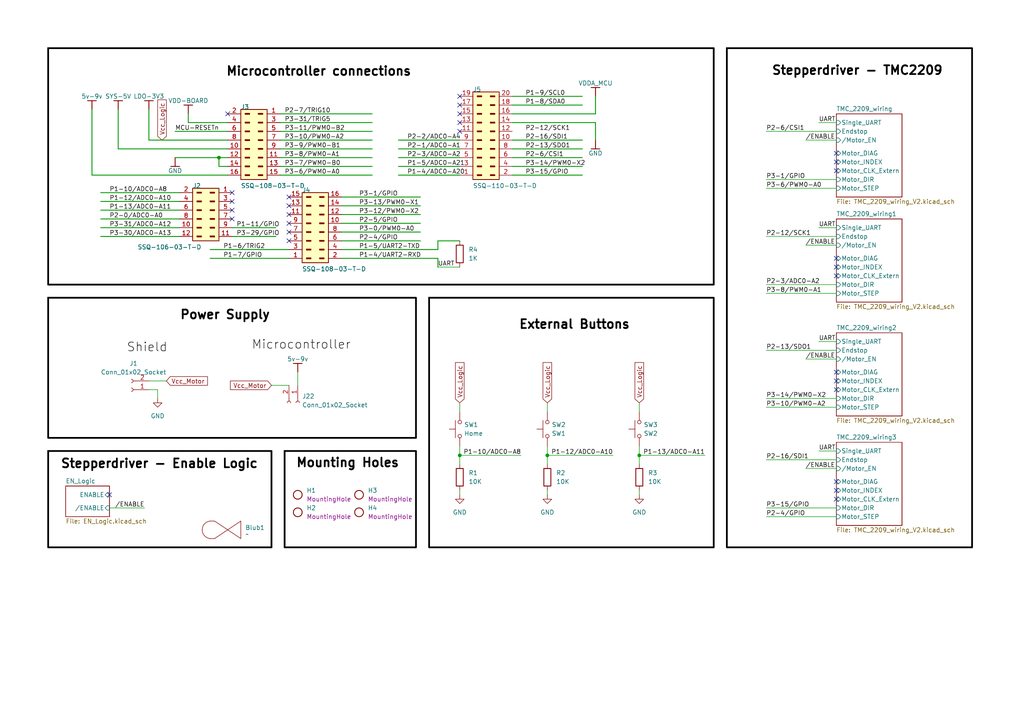
<source format=kicad_sch>
(kicad_sch (version 20231120) (generator "eeschema") (generator_version "8.0")
  (paper "A4")
  (title_block (title "StepperDriver-Shield for FRDM-MCXA153") (date "2024-06-29") (rev "4"))
  (lib_symbols
    (symbol "Connector:Conn_01x02_Socket" (pin_names (offset 1.016) hide)
      (property "Reference" "J" (at 0 2.54 0))
      (property "Value" "Conn_01x02_Socket" (at 0 -5.08 0))
      (symbol "Conn_01x02_Socket_1_1"
        (arc (start 0 -2.032) (mid -0.5058 -2.54) (end 0 -3.048) (stroke (width 0.1524)))
        (polyline (pts (xy -1.27 -2.54) (xy -0.508 -2.54)) (stroke (width 0.1524)))
        (polyline (pts (xy -1.27 0) (xy -0.508 0)) (stroke (width 0.1524)))
        (arc (start 0 0.508) (mid -0.5058 0) (end 0 -0.508) (stroke (width 0.1524)))
        (pin passive line (at -5.08 0 0) (length 3.81) (name "Pin_1") (number "1"))
        (pin passive line (at -5.08 -2.54 0) (length 3.81) (name "Pin_2") (number "2"))
      )
    )
    (symbol "Device:R" (pin_numbers hide) (pin_names (offset 0))
      (property "Reference" "R" (at 2.032 0 90))
      (property "Value" "R" (at 0 0 90))
      (symbol "R_0_1"
        (rectangle (start -1.016 -2.54) (end 1.016 2.54) (stroke (width 0.254)))
      )
      (symbol "R_1_1"
        (pin passive line (at 0 3.81 270) (length 1.27) (name "~") (number "1"))
        (pin passive line (at 0 -3.81 90) (length 1.27) (name "~") (number "2"))
      )
    )
    (symbol "FRDM-MCXA153__Shield_Template-altium-import:5v-9v" (power)
      (property "Reference" "#PWR" (at 0 0 0))
      (property "Value" "5v-9v" (at 0 3.81 0))
      (symbol "5v-9v_0_0"
        (polyline (pts (xy -1.27 -2.54) (xy 1.27 -2.54)) (stroke (width 0.254)))
        (polyline (pts (xy 0 0) (xy 0 -2.54)) (stroke (width 0.254)))
        (pin power_in line (at 0 0 0) (length 0) hide (name "5v-9v") (number ""))
      )
    )
    (symbol "FRDM-MCXA153__Shield_Template-altium-import:GND" (power)
      (property "Reference" "#PWR" (at 0 0 0))
      (property "Value" "GND" (at 0 3.81 0))
      (symbol "GND_0_0"
        (polyline (pts (xy -1.27 -2.54) (xy 1.27 -2.54)) (stroke (width 0.254)))
        (polyline (pts (xy 0 0) (xy 0 -2.54)) (stroke (width 0.254)))
        (pin power_in line (at 0 0 0) (length 0) hide (name "GND") (number ""))
      )
    )
    (symbol "FRDM-MCXA153__Shield_Template-altium-import:LDO-3V3" (power)
      (property "Reference" "#PWR" (at 0 0 0))
      (property "Value" "LDO-3V3" (at 0 3.81 0))
      (symbol "LDO-3V3_0_0"
        (polyline (pts (xy -1.27 -2.54) (xy 1.27 -2.54)) (stroke (width 0.254)))
        (polyline (pts (xy 0 0) (xy 0 -2.54)) (stroke (width 0.254)))
        (pin power_in line (at 0 0 0) (length 0) hide (name "LDO-3V3") (number ""))
      )
    )
    (symbol "FRDM-MCXA153__Shield_Template-altium-import:SYS-5V" (power)
      (property "Reference" "#PWR" (at 0 0 0))
      (property "Value" "SYS-5V" (at 0 3.81 0))
      (symbol "SYS-5V_0_0"
        (polyline (pts (xy -1.27 -2.54) (xy 1.27 -2.54)) (stroke (width 0.254)))
        (polyline (pts (xy 0 0) (xy 0 -2.54)) (stroke (width 0.254)))
        (pin power_in line (at 0 0 0) (length 0) hide (name "SYS-5V") (number ""))
      )
    )
    (symbol "FRDM-MCXA153__Shield_Template-altium-import:VDD-BOARD" (power)
      (property "Reference" "#PWR" (at 0 0 0))
      (property "Value" "VDD-BOARD" (at 0 3.81 0))
      (symbol "VDD-BOARD_0_0"
        (polyline (pts (xy -1.27 -2.54) (xy 1.27 -2.54)) (stroke (width 0.254)))
        (polyline (pts (xy 0 0) (xy 0 -2.54)) (stroke (width 0.254)))
        (pin power_in line (at 0 0 0) (length 0) hide (name "VDD-BOARD") (number ""))
      )
    )
    (symbol "FRDM-MCXA153__Shield_Template-altium-import:VDDA_MCU" (power)
      (property "Reference" "#PWR" (at 0 0 0))
      (property "Value" "VDDA_MCU" (at 0 3.81 0))
      (symbol "VDDA_MCU_0_0"
        (polyline (pts (xy -1.27 -2.54) (xy 1.27 -2.54)) (stroke (width 0.254)))
        (polyline (pts (xy 0 0) (xy 0 -2.54)) (stroke (width 0.254)))
        (pin power_in line (at 0 0 0) (length 0) hide (name "VDDA_MCU") (number ""))
      )
    )
    (symbol "FRDM-MCXA153__Shield_Template-altium-import:root_0_Mechanical_MountingHole"
      (symbol "root_0_Mechanical_MountingHole_1_0"
        (circle (center 0 0) (radius 1.27) (stroke (width 0.254)))
      )
    )
    (symbol "FRDM-MCXA153__Shield_Template-altium-import:root_0_mirrored_SSQ-106-03-T-D"
      (symbol "root_0_mirrored_SSQ-106-03-T-D_1_0"
        (rectangle (start -1.27 -7.493) (end -2.54 -7.747) (stroke (width 0.254)))
        (rectangle (start -1.27 -4.953) (end -2.54 -5.207) (stroke (width 0.254)))
        (rectangle (start -1.27 -2.413) (end -2.54 -2.667) (stroke (width 0.254)))
        (rectangle (start -1.27 0.127) (end -2.54 -0.127) (stroke (width 0.254)))
        (rectangle (start -1.27 2.667) (end -2.54 2.413) (stroke (width 0.254)))
        (rectangle (start -1.27 5.207) (end -2.54 4.953) (stroke (width 0.254)))
        (rectangle (start 2.54 -7.493) (end 1.27 -7.747) (stroke (width 0.254)))
        (rectangle (start 2.54 -4.953) (end 1.27 -5.207) (stroke (width 0.254)))
        (rectangle (start 2.54 -2.413) (end 1.27 -2.667) (stroke (width 0.254)))
        (rectangle (start 2.54 0.127) (end 1.27 -0.127) (stroke (width 0.254)))
        (rectangle (start 2.54 2.667) (end 1.27 2.413) (stroke (width 0.254)))
        (rectangle (start 2.54 5.207) (end 1.27 4.953) (stroke (width 0.254)))
        (rectangle (start 3.81 6.35) (end -3.81 -8.89) (stroke (width 0.254)) (fill (type background)))
        (pin passive line (at 7.62 5.08 180) (length 3.81) (name "Pin_1") (number "1"))
        (pin passive line (at -7.62 -5.08 0) (length 3.81) (name "Pin_10") (number "10"))
        (pin passive line (at 7.62 -7.62 180) (length 3.81) (name "Pin_11") (number "11"))
        (pin passive line (at -7.62 -7.62 0) (length 3.81) (name "Pin_12") (number "12"))
        (pin passive line (at -7.62 5.08 0) (length 3.81) (name "Pin_2") (number "2"))
        (pin passive line (at 7.62 2.54 180) (length 3.81) (name "Pin_3") (number "3"))
        (pin passive line (at -7.62 2.54 0) (length 3.81) (name "Pin_4") (number "4"))
        (pin passive line (at 7.62 0 180) (length 3.81) (name "Pin_5") (number "5"))
        (pin passive line (at -7.62 0 0) (length 3.81) (name "Pin_6") (number "6"))
        (pin passive line (at 7.62 -2.54 180) (length 3.81) (name "Pin_7") (number "7"))
        (pin passive line (at -7.62 -2.54 0) (length 3.81) (name "Pin_8") (number "8"))
        (pin passive line (at 7.62 -5.08 180) (length 3.81) (name "Pin_9") (number "9"))
      )
    )
    (symbol "FRDM-MCXA153__Shield_Template-altium-import:root_0_mirrored_SSQ-108-03-T-D"
      (symbol "root_0_mirrored_SSQ-108-03-T-D_1_0"
        (rectangle (start -1.27 -10.033) (end -2.54 -10.287) (stroke (width 0.254)))
        (rectangle (start -1.27 -7.493) (end -2.54 -7.747) (stroke (width 0.254)))
        (rectangle (start -1.27 -4.953) (end -2.54 -5.207) (stroke (width 0.254)))
        (rectangle (start -1.27 -2.413) (end -2.54 -2.667) (stroke (width 0.254)))
        (rectangle (start -1.27 0.127) (end -2.54 -0.127) (stroke (width 0.254)))
        (rectangle (start -1.27 2.667) (end -2.54 2.413) (stroke (width 0.254)))
        (rectangle (start -1.27 5.207) (end -2.54 4.953) (stroke (width 0.254)))
        (rectangle (start -1.27 7.747) (end -2.54 7.493) (stroke (width 0.254)))
        (rectangle (start 2.54 -10.033) (end 1.27 -10.287) (stroke (width 0.254)))
        (rectangle (start 2.54 -7.493) (end 1.27 -7.747) (stroke (width 0.254)))
        (rectangle (start 2.54 -4.953) (end 1.27 -5.207) (stroke (width 0.254)))
        (rectangle (start 2.54 -2.413) (end 1.27 -2.667) (stroke (width 0.254)))
        (rectangle (start 2.54 0.127) (end 1.27 -0.127) (stroke (width 0.254)))
        (rectangle (start 2.54 2.667) (end 1.27 2.413) (stroke (width 0.254)))
        (rectangle (start 2.54 5.207) (end 1.27 4.953) (stroke (width 0.254)))
        (rectangle (start 2.54 7.747) (end 1.27 7.493) (stroke (width 0.254)))
        (rectangle (start 3.81 8.89) (end -3.81 -11.43) (stroke (width 0.254)) (fill (type background)))
        (pin passive line (at 7.62 7.62 180) (length 3.81) (name "Pin_1") (number "1"))
        (pin passive line (at -7.62 -2.54 0) (length 3.81) (name "Pin_10") (number "10"))
        (pin passive line (at 7.62 -5.08 180) (length 3.81) (name "Pin_11") (number "11"))
        (pin passive line (at -7.62 -5.08 0) (length 3.81) (name "Pin_12") (number "12"))
        (pin passive line (at 7.62 -7.62 180) (length 3.81) (name "Pin_13") (number "13"))
        (pin passive line (at -7.62 -7.62 0) (length 3.81) (name "Pin_14") (number "14"))
        (pin passive line (at 7.62 -10.16 180) (length 3.81) (name "Pin_15") (number "15"))
        (pin passive line (at -7.62 -10.16 0) (length 3.81) (name "Pin_16") (number "16"))
        (pin passive line (at -7.62 7.62 0) (length 3.81) (name "Pin_2") (number "2"))
        (pin passive line (at 7.62 5.08 180) (length 3.81) (name "Pin_3") (number "3"))
        (pin passive line (at -7.62 5.08 0) (length 3.81) (name "Pin_4") (number "4"))
        (pin passive line (at 7.62 2.54 180) (length 3.81) (name "Pin_5") (number "5"))
        (pin passive line (at -7.62 2.54 0) (length 3.81) (name "Pin_6") (number "6"))
        (pin passive line (at 7.62 0 180) (length 3.81) (name "Pin_7") (number "7"))
        (pin passive line (at -7.62 0 0) (length 3.81) (name "Pin_8") (number "8"))
        (pin passive line (at 7.62 -2.54 180) (length 3.81) (name "Pin_9") (number "9"))
      )
    )
    (symbol "FRDM-MCXA153__Shield_Template-altium-import:root_2_mirrored_SSQ-108-03-T-D"
      (symbol "root_2_mirrored_SSQ-108-03-T-D_1_0"
        (rectangle (start -1.27 -7.493) (end -2.54 -7.747) (stroke (width 0.254)))
        (rectangle (start -1.27 -4.953) (end -2.54 -5.207) (stroke (width 0.254)))
        (rectangle (start -1.27 -2.413) (end -2.54 -2.667) (stroke (width 0.254)))
        (rectangle (start -1.27 0.127) (end -2.54 -0.127) (stroke (width 0.254)))
        (rectangle (start -1.27 2.667) (end -2.54 2.413) (stroke (width 0.254)))
        (rectangle (start -1.27 5.207) (end -2.54 4.953) (stroke (width 0.254)))
        (rectangle (start -1.27 7.747) (end -2.54 7.493) (stroke (width 0.254)))
        (rectangle (start -1.27 10.287) (end -2.54 10.033) (stroke (width 0.254)))
        (rectangle (start 2.54 -7.493) (end 1.27 -7.747) (stroke (width 0.254)))
        (rectangle (start 2.54 -4.953) (end 1.27 -5.207) (stroke (width 0.254)))
        (rectangle (start 2.54 -2.413) (end 1.27 -2.667) (stroke (width 0.254)))
        (rectangle (start 2.54 0.127) (end 1.27 -0.127) (stroke (width 0.254)))
        (rectangle (start 2.54 2.667) (end 1.27 2.413) (stroke (width 0.254)))
        (rectangle (start 2.54 5.207) (end 1.27 4.953) (stroke (width 0.254)))
        (rectangle (start 2.54 7.747) (end 1.27 7.493) (stroke (width 0.254)))
        (rectangle (start 2.54 10.287) (end 1.27 10.033) (stroke (width 0.254)))
        (rectangle (start 3.81 11.43) (end -3.81 -8.89) (stroke (width 0.254)) (fill (type background)))
        (pin passive line (at -7.62 -7.62 0) (length 3.81) (name "Pin_1") (number "1"))
        (pin passive line (at 7.62 2.54 180) (length 3.81) (name "Pin_10") (number "10"))
        (pin passive line (at -7.62 5.08 0) (length 3.81) (name "Pin_11") (number "11"))
        (pin passive line (at 7.62 5.08 180) (length 3.81) (name "Pin_12") (number "12"))
        (pin passive line (at -7.62 7.62 0) (length 3.81) (name "Pin_13") (number "13"))
        (pin passive line (at 7.62 7.62 180) (length 3.81) (name "Pin_14") (number "14"))
        (pin passive line (at -7.62 10.16 0) (length 3.81) (name "Pin_15") (number "15"))
        (pin passive line (at 7.62 10.16 180) (length 3.81) (name "Pin_16") (number "16"))
        (pin passive line (at 7.62 -7.62 180) (length 3.81) (name "Pin_2") (number "2"))
        (pin passive line (at -7.62 -5.08 0) (length 3.81) (name "Pin_3") (number "3"))
        (pin passive line (at 7.62 -5.08 180) (length 3.81) (name "Pin_4") (number "4"))
        (pin passive line (at -7.62 -2.54 0) (length 3.81) (name "Pin_5") (number "5"))
        (pin passive line (at 7.62 -2.54 180) (length 3.81) (name "Pin_6") (number "6"))
        (pin passive line (at -7.62 0 0) (length 3.81) (name "Pin_7") (number "7"))
        (pin passive line (at 7.62 0 180) (length 3.81) (name "Pin_8") (number "8"))
        (pin passive line (at -7.62 2.54 0) (length 3.81) (name "Pin_9") (number "9"))
      )
    )
    (symbol "FRDM-MCXA153__Shield_Template-altium-import:root_2_mirrored_SSQ-110-03-T-D"
      (symbol "root_2_mirrored_SSQ-110-03-T-D_1_0"
        (rectangle (start -1.27 -10.033) (end -2.54 -10.287) (stroke (width 0.254)))
        (rectangle (start -1.27 -7.493) (end -2.54 -7.747) (stroke (width 0.254)))
        (rectangle (start -1.27 -4.953) (end -2.54 -5.207) (stroke (width 0.254)))
        (rectangle (start -1.27 -2.413) (end -2.54 -2.667) (stroke (width 0.254)))
        (rectangle (start -1.27 0.127) (end -2.54 -0.127) (stroke (width 0.254)))
        (rectangle (start -1.27 2.667) (end -2.54 2.413) (stroke (width 0.254)))
        (rectangle (start -1.27 5.207) (end -2.54 4.953) (stroke (width 0.254)))
        (rectangle (start -1.27 7.747) (end -2.54 7.493) (stroke (width 0.254)))
        (rectangle (start -1.27 10.287) (end -2.54 10.033) (stroke (width 0.254)))
        (rectangle (start -1.27 12.827) (end -2.54 12.573) (stroke (width 0.254)))
        (rectangle (start 2.54 -10.033) (end 1.27 -10.287) (stroke (width 0.254)))
        (rectangle (start 2.54 -7.493) (end 1.27 -7.747) (stroke (width 0.254)))
        (rectangle (start 2.54 -4.953) (end 1.27 -5.207) (stroke (width 0.254)))
        (rectangle (start 2.54 -2.413) (end 1.27 -2.667) (stroke (width 0.254)))
        (rectangle (start 2.54 0.127) (end 1.27 -0.127) (stroke (width 0.254)))
        (rectangle (start 2.54 2.667) (end 1.27 2.413) (stroke (width 0.254)))
        (rectangle (start 2.54 5.207) (end 1.27 4.953) (stroke (width 0.254)))
        (rectangle (start 2.54 7.747) (end 1.27 7.493) (stroke (width 0.254)))
        (rectangle (start 2.54 10.287) (end 1.27 10.033) (stroke (width 0.254)))
        (rectangle (start 2.54 12.827) (end 1.27 12.573) (stroke (width 0.254)))
        (rectangle (start 3.81 13.97) (end -3.81 -11.43) (stroke (width 0.254)) (fill (type background)))
        (pin passive line (at -7.62 -10.16 0) (length 3.81) (name "Pin_1") (number "1"))
        (pin passive line (at 7.62 0 180) (length 3.81) (name "Pin_10") (number "10"))
        (pin passive line (at -7.62 2.54 0) (length 3.81) (name "Pin_11") (number "11"))
        (pin passive line (at 7.62 2.54 180) (length 3.81) (name "Pin_12") (number "12"))
        (pin passive line (at -7.62 5.08 0) (length 3.81) (name "Pin_13") (number "13"))
        (pin passive line (at 7.62 5.08 180) (length 3.81) (name "Pin_14") (number "14"))
        (pin passive line (at -7.62 7.62 0) (length 3.81) (name "Pin_15") (number "15"))
        (pin passive line (at 7.62 7.62 180) (length 3.81) (name "Pin_16") (number "16"))
        (pin passive line (at -7.62 10.16 0) (length 3.81) (name "Pin_17") (number "17"))
        (pin passive line (at 7.62 10.16 180) (length 3.81) (name "Pin_18") (number "18"))
        (pin passive line (at -7.62 12.7 0) (length 3.81) (name "Pin_19") (number "19"))
        (pin passive line (at 7.62 -10.16 180) (length 3.81) (name "Pin_2") (number "2"))
        (pin passive line (at 7.62 12.7 180) (length 3.81) (name "Pin_20") (number "20"))
        (pin passive line (at -7.62 -7.62 0) (length 3.81) (name "Pin_3") (number "3"))
        (pin passive line (at 7.62 -7.62 180) (length 3.81) (name "Pin_4") (number "4"))
        (pin passive line (at -7.62 -5.08 0) (length 3.81) (name "Pin_5") (number "5"))
        (pin passive line (at 7.62 -5.08 180) (length 3.81) (name "Pin_6") (number "6"))
        (pin passive line (at -7.62 -2.54 0) (length 3.81) (name "Pin_7") (number "7"))
        (pin passive line (at 7.62 -2.54 180) (length 3.81) (name "Pin_8") (number "8"))
        (pin passive line (at -7.62 0 0) (length 3.81) (name "Pin_9") (number "9"))
      )
    )
    (symbol "Fisch:Fischi"
      (property "Reference" "Blub" (at -1.27 3.81 0))
      (symbol "Fischi_0_1"
        (arc (start -2.54 2.54) (mid -4.8476 0) (end -2.54 -2.54))
        (polyline (pts (xy -2.54 2.54) (xy -1.27 2.54)))
        (polyline (pts (xy -1.27 -2.54) (xy -2.54 -2.54)))
        (polyline (pts (xy 6.35 2.54) (xy -1.27 -2.54)))
        (polyline (pts (xy 6.35 2.54) (xy 6.35 -2.54) (xy -1.27 2.54)))
      )
    )
    (symbol "Switch:SW_Push" (pin_numbers hide) (pin_names (offset 1.016) hide)
      (property "Reference" "SW" (at 1.27 2.54 0))
      (property "Value" "SW_Push" (at 0 -1.524 0))
      (symbol "SW_Push_0_1"
        (circle (center -2.032 0) (radius 0.508))
        (polyline (pts (xy 0 1.27) (xy 0 3.048)))
        (polyline (pts (xy 2.54 1.27) (xy -2.54 1.27)))
        (circle (center 2.032 0) (radius 0.508))
        (pin passive line (at -5.08 0 0) (length 2.54) (name "1") (number "1"))
        (pin passive line (at 5.08 0 180) (length 2.54) (name "2") (number "2"))
      )
    )
    (symbol "power:GND" (power) (pin_numbers hide) (pin_names (offset 0) hide)
      (property "Value" "GND" (at 0 -3.81 0))
      (symbol "GND_0_1"
        (polyline (pts (xy 0 0) (xy 0 -1.27) (xy 1.27 -1.27) (xy 0 -2.54) (xy -1.27 -1.27) (xy 0 -1.27)))
      )
      (symbol "GND_1_1"
        (pin power_in line (at 0 0 270) (length 0) (name "~") (number "1"))
      )
    )
  )
  (junction (at 158.75 132.08))
  (junction (at 133.35 132.08))
  (junction (at 63.5 45.72))
  (junction (at 185.42 132.08))
  (no_connect (at 242.57 142.24))
  (no_connect (at 242.57 144.78))
  (no_connect (at 83.82 62.23))
  (no_connect (at 242.57 44.45))
  (no_connect (at 83.82 69.85))
  (no_connect (at 83.82 59.69))
  (no_connect (at 133.35 27.94))
  (no_connect (at 67.31 58.42))
  (no_connect (at 83.82 57.15))
  (no_connect (at 31.75 143.51))
  (no_connect (at 242.57 80.01))
  (no_connect (at 242.57 49.53))
  (no_connect (at 67.31 63.5))
  (no_connect (at 242.57 110.49))
  (no_connect (at 133.35 30.48))
  (no_connect (at 242.57 46.99))
  (no_connect (at 242.57 113.03))
  (no_connect (at 133.35 38.1))
  (no_connect (at 83.82 64.77))
  (no_connect (at 242.57 74.93))
  (no_connect (at 67.31 60.96))
  (no_connect (at 133.35 35.56))
  (no_connect (at 242.57 107.95))
  (no_connect (at 242.57 77.47))
  (no_connect (at 66.04 33.02))
  (no_connect (at 67.31 55.88))
  (no_connect (at 83.82 67.31))
  (no_connect (at 133.35 33.02))
  (no_connect (at 242.57 139.7))
  (wire (pts (xy 63.5 45.72) (xy 66.04 45.72)) (stroke (width 0.254)))
  (wire (pts (xy 45.72 113.03) (xy 45.72 115.57)))
  (wire (pts (xy 83.82 72.39) (xy 60.96 72.39)) (stroke (width 0.254)))
  (wire (pts (xy 52.07 58.42) (xy 29.21 58.42)) (stroke (width 0.254)))
  (wire (pts (xy 133.35 40.64) (xy 115.57 40.64)) (stroke (width 0.254)))
  (wire (pts (xy 133.35 132.08) (xy 133.35 134.62)))
  (wire (pts (xy 133.35 50.8) (xy 115.57 50.8)) (stroke (width 0.254)))
  (wire (pts (xy 81.28 50.8) (xy 107.95 50.8)) (stroke (width 0.254)))
  (wire (pts (xy 158.75 129.54) (xy 158.75 132.08)))
  (wire (pts (xy 52.07 55.88) (xy 29.21 55.88)) (stroke (width 0.254)))
  (wire (pts (xy 237.49 99.06) (xy 242.57 99.06)))
  (wire (pts (xy 31.75 147.32) (xy 41.91 147.32)))
  (wire (pts (xy 148.59 43.18) (xy 168.91 43.18)) (stroke (width 0.254)))
  (wire (pts (xy 67.31 66.04) (xy 80.01 66.04)) (stroke (width 0.254)))
  (wire (pts (xy 185.42 129.54) (xy 185.42 132.08)))
  (wire (pts (xy 52.07 68.58) (xy 29.21 68.58)) (stroke (width 0.254)))
  (wire (pts (xy 222.25 38.1) (xy 242.57 38.1)))
  (wire (pts (xy 43.18 113.03) (xy 45.72 113.03)))
  (wire (pts (xy 127 77.47) (xy 133.35 77.47)))
  (wire (pts (xy 133.35 142.24) (xy 133.35 143.51)))
  (wire (pts (xy 127 69.85) (xy 127 72.39)) (stroke (width 0.254)))
  (wire (pts (xy 99.06 64.77) (xy 121.92 64.77)) (stroke (width 0.254)))
  (wire (pts (xy 222.25 52.07) (xy 242.57 52.07)))
  (wire (pts (xy 43.18 110.49) (xy 48.26 110.49)))
  (wire (pts (xy 86.36 107.95) (xy 86.36 111.76)))
  (wire (pts (xy 66.04 35.56) (xy 54.61 35.56)) (stroke (width 0.254)))
  (wire (pts (xy 81.28 38.1) (xy 107.95 38.1)) (stroke (width 0.254)))
  (wire (pts (xy 158.75 132.08) (xy 158.75 134.62)))
  (wire (pts (xy 81.28 40.64) (xy 107.95 40.64)) (stroke (width 0.254)))
  (wire (pts (xy 67.31 68.58) (xy 80.01 68.58)) (stroke (width 0.254)))
  (wire (pts (xy 99.06 74.93) (xy 127 74.93)) (stroke (width 0.254)))
  (wire (pts (xy 222.25 118.11) (xy 242.57 118.11)))
  (wire (pts (xy 78.74 111.76) (xy 83.82 111.76)))
  (wire (pts (xy 43.18 40.64) (xy 43.18 31.75)) (stroke (width 0.254)))
  (wire (pts (xy 158.75 142.24) (xy 158.75 143.51)))
  (wire (pts (xy 34.29 43.18) (xy 34.29 31.75)) (stroke (width 0.254)))
  (wire (pts (xy 148.59 45.72) (xy 168.91 45.72)) (stroke (width 0.254)))
  (wire (pts (xy 133.35 48.26) (xy 115.57 48.26)) (stroke (width 0.254)))
  (wire (pts (xy 133.35 43.18) (xy 115.57 43.18)) (stroke (width 0.254)))
  (wire (pts (xy 158.75 132.08) (xy 177.8 132.08)))
  (wire (pts (xy 148.59 33.02) (xy 172.72 33.02)) (stroke (width 0.254)))
  (wire (pts (xy 81.28 43.18) (xy 107.95 43.18)) (stroke (width 0.254)))
  (wire (pts (xy 233.68 104.14) (xy 242.57 104.14)))
  (wire (pts (xy 237.49 35.56) (xy 242.57 35.56)))
  (wire (pts (xy 127 72.39) (xy 99.06 72.39)) (stroke (width 0.254)))
  (wire (pts (xy 54.61 35.56) (xy 54.61 33.02)) (stroke (width 0.254)))
  (wire (pts (xy 81.28 33.02) (xy 107.95 33.02)) (stroke (width 0.254)))
  (wire (pts (xy 52.07 60.96) (xy 29.21 60.96)) (stroke (width 0.254)))
  (wire (pts (xy 148.59 40.64) (xy 168.91 40.64)) (stroke (width 0.254)))
  (wire (pts (xy 148.59 35.56) (xy 172.72 35.56)) (stroke (width 0.254)))
  (wire (pts (xy 222.25 149.86) (xy 242.57 149.86)))
  (wire (pts (xy 222.25 85.09) (xy 242.57 85.09)))
  (wire (pts (xy 81.28 45.72) (xy 107.95 45.72)) (stroke (width 0.254)))
  (wire (pts (xy 34.29 43.18) (xy 66.04 43.18)) (stroke (width 0.254)))
  (wire (pts (xy 26.67 31.75) (xy 26.67 50.8)) (stroke (width 0.254)))
  (wire (pts (xy 222.25 54.61) (xy 242.57 54.61)))
  (wire (pts (xy 222.25 101.6) (xy 242.57 101.6)))
  (wire (pts (xy 127 74.93) (xy 127 77.47)) (stroke (width 0.254)))
  (wire (pts (xy 99.06 62.23) (xy 121.92 62.23)) (stroke (width 0.254)))
  (wire (pts (xy 222.25 68.58) (xy 242.57 68.58)))
  (wire (pts (xy 172.72 33.02) (xy 172.72 27.94)) (stroke (width 0.254)))
  (wire (pts (xy 99.06 59.69) (xy 121.92 59.69)) (stroke (width 0.254)))
  (wire (pts (xy 52.07 66.04) (xy 29.21 66.04)) (stroke (width 0.254)))
  (wire (pts (xy 158.75 116.84) (xy 158.75 119.38)))
  (wire (pts (xy 127 69.85) (xy 133.35 69.85)) (stroke (width 0.254)))
  (wire (pts (xy 26.67 50.8) (xy 66.04 50.8)) (stroke (width 0.254)))
  (wire (pts (xy 99.06 57.15) (xy 121.92 57.15)) (stroke (width 0.254)))
  (wire (pts (xy 81.28 48.26) (xy 107.95 48.26)) (stroke (width 0.254)))
  (wire (pts (xy 50.8 38.1) (xy 66.04 38.1)) (stroke (width 0.254)))
  (wire (pts (xy 237.49 66.04) (xy 242.57 66.04)))
  (wire (pts (xy 148.59 30.48) (xy 168.91 30.48)) (stroke (width 0.254)))
  (wire (pts (xy 222.25 82.55) (xy 242.57 82.55)))
  (wire (pts (xy 83.82 74.93) (xy 60.96 74.93)) (stroke (width 0.254)))
  (wire (pts (xy 222.25 147.32) (xy 242.57 147.32)))
  (wire (pts (xy 233.68 135.89) (xy 242.57 135.89)))
  (wire (pts (xy 81.28 35.56) (xy 107.95 35.56)) (stroke (width 0.254)))
  (wire (pts (xy 172.72 35.56) (xy 172.72 40.64)) (stroke (width 0.254)))
  (wire (pts (xy 222.25 133.35) (xy 242.57 133.35)))
  (wire (pts (xy 148.59 48.26) (xy 168.91 48.26)) (stroke (width 0.254)))
  (wire (pts (xy 237.49 130.81) (xy 242.57 130.81)))
  (wire (pts (xy 99.06 69.85) (xy 121.92 69.85)) (stroke (width 0.254)))
  (wire (pts (xy 133.35 129.54) (xy 133.35 132.08)))
  (wire (pts (xy 66.04 48.26) (xy 63.5 48.26)) (stroke (width 0.254)))
  (wire (pts (xy 148.59 27.94) (xy 168.91 27.94)) (stroke (width 0.254)))
  (wire (pts (xy 50.8 45.72) (xy 63.5 45.72)) (stroke (width 0.254)))
  (wire (pts (xy 222.25 115.57) (xy 242.57 115.57)))
  (wire (pts (xy 52.07 63.5) (xy 29.21 63.5)) (stroke (width 0.254)))
  (wire (pts (xy 43.18 40.64) (xy 66.04 40.64)) (stroke (width 0.254)))
  (wire (pts (xy 185.42 132.08) (xy 204.47 132.08)))
  (wire (pts (xy 133.35 132.08) (xy 151.13 132.08)))
  (wire (pts (xy 148.59 50.8) (xy 168.91 50.8)) (stroke (width 0.254)))
  (wire (pts (xy 115.57 45.72) (xy 133.35 45.72)) (stroke (width 0.254)))
  (wire (pts (xy 133.35 116.84) (xy 133.35 119.38)))
  (wire (pts (xy 63.5 48.26) (xy 63.5 45.72)) (stroke (width 0.254)))
  (wire (pts (xy 185.42 142.24) (xy 185.42 143.51)))
  (wire (pts (xy 185.42 116.84) (xy 185.42 119.38)))
  (wire (pts (xy 99.06 67.31) (xy 121.92 67.31)) (stroke (width 0.254)))
  (wire (pts (xy 233.68 71.12) (xy 242.57 71.12)))
  (wire (pts (xy 185.42 132.08) (xy 185.42 134.62)))
  (wire (pts (xy 233.68 40.64) (xy 242.57 40.64)))
  (rectangle (start 210.82 13.97) (end 281.94 158.75) (stroke (width 0.508) (color 0 0 0 1)))
  (rectangle (start 124.46 86.36) (end 207.01 158.75) (stroke (width 0.508) (color 0 0 0 1)))
  (rectangle (start 13.97 86.36) (end 120.65 127) (stroke (width 0.508) (color 0 0 0 1)))
  (rectangle (start 13.97 130.81) (end 78.74 158.75) (stroke (width 0.508) (color 0 0 0 1)))
  (rectangle (start 13.97 13.97) (end 207.01 82.55) (stroke (width 0.508) (color 0 0 0 1)))
  (rectangle (start 82.55 130.81) (end 120.65 158.75) (stroke (width 0.508) (color 0 0 0 1)))
  (text "Shield" (at 42.672 100.838 0) (effects (font (size 2.54 2.54))))
  (text "Stepperdriver - TMC2209" (at 248.666 20.574 0) (effects (font (size 2.54 2.54) (thickness 0.508) (bold yes))))
  (text "Mounting Holes\n" (at 100.838 134.366 0) (effects (font (size 2.54 2.54) (thickness 0.508) (bold yes))))
  (text "Stepperdriver - Enable Logic\n" (at 46.228 134.62 0) (effects (font (size 2.54 2.54) (thickness 0.508) (bold yes))))
  (text "External Buttons\n" (at 166.624 94.234 0) (effects (font (size 2.54 2.54) (thickness 0.508) (bold yes))))
  (text "Microcontroller connections" (at 92.456 20.828 0) (effects (font (size 2.54 2.54) (thickness 0.508) (bold yes))))
  (text "Microcontroller" (at 87.376 100.076 0) (effects (font (size 2.54 2.54))))
  (text "Power Supply\n" (at 65.278 91.44 0) (effects (font (size 2.54 2.54) (thickness 0.508) (bold yes))))
  (label "P3-8/PWM0-A1" (at 222.25 85.09 0))
  (label "P3-6/PWM0-A0" (at 222.25 54.61 0))
  (label "P2-1/ADC0-A1" (at 118.11 43.18 0))
  (label "P3-15/GPIO" (at 152.4 50.8 0))
  (label "P2-2/ADC0-A4" (at 118.11 40.64 0))
  (label "P2-12/SCK1" (at 152.4 38.1 0))
  (label "P2-13/SDO1" (at 222.25 101.6 0))
  (label "P1-8/SDA0" (at 152.4 30.48 0))
  (label "P1-10/ADC0-A8" (at 31.75 55.88 0))
  (label "P2-6/CSI1" (at 152.4 45.72 0))
  (label "P2-7/TRIG10" (at 82.55 33.02 0))
  (label "P2-6/CSI1" (at 222.25 38.1 0))
  (label "/ENABLE" (at 233.68 135.89 0))
  (label "MCU-RESETn" (at 50.8 38.1 0))
  (label "P1-11/GPIO" (at 68.58 66.04 0))
  (label "P2-12/SCK1" (at 222.25 68.58 0))
  (label "P2-16/SDI1" (at 152.4 40.64 0))
  (label "P1-12/ADC0-A10" (at 177.8 132.08 180))
  (label "P3-6/PWM0-A0" (at 82.55 50.8 0))
  (label "UART" (at 237.49 130.81 0))
  (label "P3-7/PWM0-B0" (at 82.55 48.26 0))
  (label "P3-29/GPIO" (at 68.58 68.58 0))
  (label "P2-13/SDO1" (at 152.4 43.18 0))
  (label "P2-5/GPIO" (at 104.14 64.77 0))
  (label "UART" (at 237.49 66.04 0))
  (label "P2-0/ADC0-A0" (at 31.75 63.5 0))
  (label "/ENABLE" (at 233.68 40.64 0))
  (label "P3-12/PWM0-X2" (at 104.14 62.23 0))
  (label "P3-31/ADC0-A12" (at 31.75 66.04 0))
  (label "P2-3/ADC0-A2" (at 222.25 82.55 0))
  (label "P1-9/SCL0" (at 152.4 27.94 0))
  (label "P1-7/GPIO" (at 64.77 74.93 0))
  (label "P2-4/GPIO" (at 222.25 149.86 0))
  (label "P3-0/PWM0-A0" (at 104.14 67.31 0))
  (label "/ENABLE" (at 41.91 147.32 180))
  (label "P1-4/UART2-RXD" (at 104.14 74.93 0))
  (label "P3-11/PWM0-B2" (at 82.55 38.1 0))
  (label "P3-30/ADC0-A13" (at 31.75 68.58 0))
  (label "P3-1/GPIO" (at 222.25 52.07 0))
  (label "UART" (at 237.49 35.56 0))
  (label "P3-1/GPIO" (at 104.14 57.15 0))
  (label "P3-31/TRIG5" (at 82.55 35.56 0))
  (label "/ENABLE" (at 233.68 71.12 0))
  (label "P1-12/ADC0-A10" (at 31.75 58.42 0))
  (label "P2-16/SDI1" (at 222.25 133.35 0))
  (label "P3-13/PWM0-X1" (at 104.14 59.69 0))
  (label "P3-8/PWM0-A1" (at 82.55 45.72 0))
  (label "P3-14/PWM0-X2" (at 222.25 115.57 0))
  (label "P1-5/UART2-TXD" (at 104.14 72.39 0))
  (label "P3-9/PWM0-B1" (at 82.55 43.18 0))
  (label "UART" (at 127 77.47 0))
  (label "P3-10/PWM0-A2" (at 82.55 40.64 0))
  (label "P3-14/PWM0-X2" (at 152.4 48.26 0))
  (label "P1-13/ADC0-A11" (at 204.47 132.08 180))
  (label "P1-5/ADC0-A21" (at 118.11 48.26 0))
  (label "P2-3/ADC0-A2" (at 118.11 45.72 0))
  (label "/ENABLE" (at 233.68 104.14 0))
  (label "P2-4/GPIO" (at 104.14 69.85 0))
  (label "P1-4/ADC0-A20" (at 118.11 50.8 0))
  (label "P1-10/ADC0-A8" (at 151.13 132.08 180))
  (label "P1-13/ADC0-A11" (at 31.75 60.96 0))
  (label "UART" (at 237.49 99.06 0))
  (label "P3-15/GPIO" (at 222.25 147.32 0))
  (label "P3-10/PWM0-A2" (at 222.25 118.11 0))
  (label "P1-6/TRIG2" (at 64.77 72.39 0))
  (global_label "Vcc_Logic" (shape input) (at 133.35 116.84 90) (property "Intersheetrefs" "${INTERSHEET_REFS}" (effects (hide yes))))
  (global_label "Vcc_Logic" (shape input) (at 46.99 40.64 90) (property "Intersheetrefs" "${INTERSHEET_REFS}" (effects (hide yes))))
  (global_label "Vcc_Logic" (shape input) (at 158.75 116.84 90) (property "Intersheetrefs" "${INTERSHEET_REFS}" (effects (hide yes))))
  (global_label "Vcc_Motor" (shape input) (at 48.26 110.49 0) (property "Intersheetrefs" "${INTERSHEET_REFS}" (effects (hide yes))))
  (global_label "Vcc_Motor" (shape input) (at 78.74 111.76 180) (property "Intersheetrefs" "${INTERSHEET_REFS}" (effects (hide yes))))
  (global_label "Vcc_Logic" (shape input) (at 185.42 116.84 90) (property "Intersheetrefs" "${INTERSHEET_REFS}" (effects (hide yes))))
  (symbol (lib_id "FRDM-MCXA153__Shield_Template-altium-import:VDDA_MCU") (at 172.72 27.94 180) (unit 1)
    (property "Reference" "#PWR010" (effects (hide yes)))
    (property "Value" "VDDA_MCU" (at 172.72 24.13 0))
  )
  (symbol (lib_id "FRDM-MCXA153__Shield_Template-altium-import:root_2_mirrored_SSQ-110-03-T-D") (at 140.97 40.64 0) (unit 1)
    (property "Reference" "J5" (at 137.16 26.67 0) (effects (justify left bottom)))
    (property "Value" "${ALTIUM_VALUE}" (at 137.16 54.61 0) (effects (justify left bottom)))
    (property "Footprint" "Connector_PinHeader_2.54mm:PinHeader_2x10_P2.54mm_Vertical" (effects (hide yes)))
    (property "NAME" "Connector_Generic_Conn_02x10_Odd_Even" (effects (hide yes)))
    (property "SYMBOL" "Connector_Generic_Conn_02x10_Odd_Even" (effects (hide yes)))
    (property "DEVICE" "Connector_Generic_Conn_02x10_Odd_Even" (effects (hide yes)))
    (property "ALTIUM_VALUE" "SSQ-110-03-T-D" (effects (hide yes)))
    (property "SUPPLIER" "Digikey" (effects (hide yes)))
    (property "SUPPLIER P/N" "SAM10741-ND" (effects (hide yes)))
    (property "MANUFACTURER" "Samtec Inc." (effects (hide yes)))
    (property "ADD INTO BOM" "yes" (effects (hide yes)))
    (property "CONVERT TO PCB" "yes" (effects (hide yes)))
    (property "ORIGIN FOOTPRINT" "SSQ-110-03-T-D" (effects (hide yes)))
    (property "MANUFACTURER PART NUMBER" "SSQ-110-03-T-D" (effects (hide yes)))
  )
  (symbol (lib_id "FRDM-MCXA153__Shield_Template-altium-import:root_2_mirrored_SSQ-108-03-T-D") (at 91.44 67.31 0) (unit 1)
    (property "Reference" "J4" (at 87.63 55.88 0) (effects (justify left bottom)))
    (property "Value" "${ALTIUM_VALUE}" (at 87.63 78.74 0) (effects (justify left bottom)))
    (property "Footprint" "Connector_PinHeader_2.54mm:PinHeader_2x08_P2.54mm_Vertical" (effects (hide yes)))
    (property "NAME" "Connector_Generic_Conn_02x08_Odd_Even" (effects (hide yes)))
    (property "SYMBOL" "Connector_Generic_Conn_02x08_Odd_Even" (effects (hide yes)))
    (property "DEVICE" "Connector_Generic_Conn_02x08_Odd_Even" (effects (hide yes)))
    (property "ALTIUM_VALUE" "SSQ-108-03-T-D" (effects (hide yes)))
    (property "SUPPLIER" "Digikey" (effects (hide yes)))
    (property "SUPPLIER P/N" "SAM10741-ND" (effects (hide yes)))
    (property "MANUFACTURER" "Samtec Inc." (effects (hide yes)))
    (property "MANUFACTURER PART NUMBER" "SSQ-108-03-T-D" (effects (hide yes)))
    (property "ADD INTO BOM" "yes" (effects (hide yes)))
    (property "CONVERT TO PCB" "yes" (effects (hide yes)))
    (property "ORIGIN FOOTPRINT" "SSQ-108-03-T-D" (effects (hide yes)))
  )
  (symbol (lib_id "FRDM-MCXA153__Shield_Template-altium-import:LDO-3V3") (at 43.18 31.75 180) (unit 1)
    (property "Reference" "#PWR04" (effects (hide yes)))
    (property "Value" "LDO-3V3" (at 43.18 27.94 0))
  )
  (symbol (lib_id "Device:R") (at 133.35 73.66 0) (unit 1)
    (property "Reference" "R4" (at 135.89 72.3899 0) (effects (justify left)))
    (property "Value" "1K" (at 135.89 74.9299 0) (effects (justify left)))
    (property "Footprint" "Resistor_SMD:R_0805_2012Metric_Pad1.20x1.40mm_HandSolder" (effects (hide yes)))
    (property "Description" "Resistor" (effects (hide yes)))
  )
  (symbol (lib_id "FRDM-MCXA153__Shield_Template-altium-import:5v-9v") (at 86.36 107.95 180) (unit 1)
    (property "Reference" "#PWR047" (effects (hide yes)))
    (property "Value" "5v-9v" (at 86.36 104.14 0))
  )
  (symbol (lib_id "Connector:Conn_01x02_Socket") (at 86.36 116.84 270) (unit 1)
    (property "Reference" "J22" (at 87.63 114.9349 90) (effects (justify left)))
    (property "Value" "Conn_01x02_Socket" (at 87.63 117.4749 90) (effects (justify left)))
    (property "Footprint" "Connector_PinHeader_2.54mm:PinHeader_1x02_P2.54mm_Vertical" (effects (hide yes)))
    (property "Description" "Generic connector, single row, 01x02, script generated" (effects (hide yes)))
  )
  (symbol (lib_id "Fisch:Fischi") (at 63.5 153.67 0) (unit 1)
    (property "Reference" "Blub1" (at 71.12 153.0349 0) (effects (justify left)))
    (property "Value" "~" (at 71.12 154.94 0) (effects (justify left)))
    (property "Footprint" "Fisch:Fischi" (effects (hide yes)))
  )
  (symbol (lib_id "Device:R") (at 133.35 138.43 0) (unit 1)
    (property "Reference" "R1" (at 135.89 137.1599 0) (effects (justify left)))
    (property "Value" "10K" (at 135.89 139.6999 0) (effects (justify left)))
    (property "Footprint" "Resistor_SMD:R_0805_2012Metric_Pad1.20x1.40mm_HandSolder" (effects (hide yes)))
    (property "Description" "Resistor" (effects (hide yes)))
  )
  (symbol (lib_id "Switch:SW_Push") (at 158.75 124.46 90) (unit 1)
    (property "Reference" "SW2" (at 160.02 123.1899 90) (effects (justify right)))
    (property "Value" "SW1" (at 160.02 125.7299 90) (effects (justify right)))
    (property "Footprint" "Button:Takt_Schalter_Aliexpress" (effects (hide yes)))
    (property "Description" "Push button switch, generic, two pins" (effects (hide yes)))
  )
  (symbol (lib_id "Connector:Conn_01x02_Socket") (at 38.1 113.03 180) (unit 1)
    (property "Reference" "J1" (at 38.735 105.41 0))
    (property "Value" "Conn_01x02_Socket" (at 38.735 107.95 0))
    (property "Footprint" "XT60PW-M:AMASS_XT60PW-M" (effects (hide yes)))
    (property "Description" "Generic connector, single row, 01x02, script generated" (effects (hide yes)))
  )
  (symbol (lib_id "power:GND") (at 45.72 115.57 0) (unit 1)
    (property "Reference" "#PWR03" (effects (hide yes)))
    (property "Value" "GND" (at 45.72 120.65 0))
    (property "Description" "Power symbol creates a global label with name \"GND\" , ground" (effects (hide yes)))
  )
  (symbol (lib_id "FRDM-MCXA153__Shield_Template-altium-import:GND") (at 50.8 45.72 0) (unit 1)
    (property "Reference" "#PWR05" (effects (hide yes)))
    (property "Value" "GND" (at 50.8 49.53 0))
  )
  (symbol (lib_id "FRDM-MCXA153__Shield_Template-altium-import:root_0_mirrored_SSQ-108-03-T-D") (at 73.66 40.64 0) (unit 1)
    (property "Reference" "J3" (at 69.85 31.75 0) (effects (justify left bottom)))
    (property "Value" "${ALTIUM_VALUE}" (at 69.85 54.61 0) (effects (justify left bottom)))
    (property "Footprint" "Connector_PinHeader_2.54mm:PinHeader_2x08_P2.54mm_Vertical" (effects (hide yes)))
    (property "NAME" "Connector_Generic_Conn_02x08_Odd_Even" (effects (hide yes)))
    (property "SYMBOL" "Connector_Generic_Conn_02x08_Odd_Even" (effects (hide yes)))
    (property "DEVICE" "Connector_Generic_Conn_02x08_Odd_Even" (effects (hide yes)))
    (property "ALTIUM_VALUE" "SSQ-108-03-T-D" (effects (hide yes)))
    (property "SUPPLIER" "Digikey" (effects (hide yes)))
    (property "SUPPLIER P/N" "SAM10741-ND" (effects (hide yes)))
    (property "MANUFACTURER" "Samtec Inc." (effects (hide yes)))
    (property "MANUFACTURER PART NUMBER" "SSQ-108-03-T-D" (effects (hide yes)))
    (property "ADD INTO BOM" "yes" (effects (hide yes)))
    (property "CONVERT TO PCB" "yes" (effects (hide yes)))
    (property "ORIGIN FOOTPRINT" "SSQ-108-03-T-D" (effects (hide yes)))
  )
  (symbol (lib_id "Switch:SW_Push") (at 133.35 124.46 90) (unit 1)
    (property "Reference" "SW1" (at 134.62 123.1899 90) (effects (justify right)))
    (property "Value" "Home" (at 134.62 125.7299 90) (effects (justify right)))
    (property "Footprint" "Button:Takt_Schalter_Aliexpress" (effects (hide yes)))
    (property "Description" "Push button switch, generic, two pins" (effects (hide yes)))
  )
  (symbol (lib_id "power:GND") (at 158.75 143.51 0) (unit 1)
    (property "Reference" "#PWR08" (effects (hide yes)))
    (property "Value" "GND" (at 158.75 148.59 0))
    (property "Description" "Power symbol creates a global label with name \"GND\" , ground" (effects (hide yes)))
  )
  (symbol (lib_id "power:GND") (at 133.35 143.51 0) (unit 1)
    (property "Reference" "#PWR07" (effects (hide yes)))
    (property "Value" "GND" (at 133.35 148.59 0))
    (property "Description" "Power symbol creates a global label with name \"GND\" , ground" (effects (hide yes)))
  )
  (symbol (lib_id "Device:R") (at 185.42 138.43 0) (unit 1)
    (property "Reference" "R3" (at 187.96 137.1599 0) (effects (justify left)))
    (property "Value" "10K" (at 187.96 139.6999 0) (effects (justify left)))
    (property "Footprint" "Resistor_SMD:R_0805_2012Metric_Pad1.20x1.40mm_HandSolder" (effects (hide yes)))
    (property "Description" "Resistor" (effects (hide yes)))
  )
  (symbol (lib_id "FRDM-MCXA153__Shield_Template-altium-import:VDD-BOARD") (at 54.61 33.02 180) (unit 1)
    (property "Reference" "#PWR06" (effects (hide yes)))
    (property "Value" "VDD-BOARD" (at 54.61 29.21 0))
  )
  (symbol (lib_id "FRDM-MCXA153__Shield_Template-altium-import:root_0_mirrored_SSQ-106-03-T-D") (at 59.69 60.96 0) (unit 1)
    (property "Reference" "J2" (at 55.88 54.61 0) (effects (justify left bottom)))
    (property "Value" "${ALTIUM_VALUE}" (at 39.878 72.39 0) (effects (justify left bottom)))
    (property "Footprint" "Connector_PinHeader_2.54mm:PinHeader_2x06_P2.54mm_Vertical" (effects (hide yes)))
    (property "NAME" "Connector_Generic_Conn_02x06_Odd_Even" (effects (hide yes)))
    (property "SYMBOL" "Connector_Generic_Conn_02x06_Odd_Even" (effects (hide yes)))
    (property "DEVICE" "Connector_Generic_Conn_02x06_Odd_Even" (effects (hide yes)))
    (property "ALTIUM_VALUE" "SSQ-106-03-T-D" (effects (hide yes)))
    (property "SUPPLIER" "Digikey" (effects (hide yes)))
    (property "SUPPLIER P/N" "SAM1204-06-ND" (effects (hide yes)))
    (property "MANUFACTURER" "Samtec Inc." (effects (hide yes)))
    (property "MANUFACTURER PART NUMBER" "SSQ-106-03-T-D" (effects (hide yes)))
    (property "ADD INTO BOM" "yes" (effects (hide yes)))
    (property "CONVERT TO PCB" "yes" (effects (hide yes)))
    (property "ORIGIN FOOTPRINT" "SSQ-106-03-T-D" (effects (hide yes)))
  )
  (symbol (lib_id "power:GND") (at 185.42 143.51 0) (unit 1)
    (property "Reference" "#PWR09" (effects (hide yes)))
    (property "Value" "GND" (at 185.42 148.59 0))
    (property "Description" "Power symbol creates a global label with name \"GND\" , ground" (effects (hide yes)))
  )
  (symbol (lib_id "FRDM-MCXA153__Shield_Template-altium-import:root_0_Mechanical_MountingHole") (at 104.14 143.51 0) (unit 1)
    (property "Reference" "H3" (at 106.68 142.24 0) (effects (justify left)))
    (property "Value" "Mechanical_MountingHole" (effects (hide yes)))
    (property "Footprint" "MountingHole:MountingHole_3.2mm_M3" (effects (hide yes)))
    (property "NAME" "Mechanical_MountingHole" (effects (hide yes)))
    (property "SYMBOL" "Mechanical_MountingHole" (effects (hide yes)))
    (property "DEVICE" "Mechanical_MountingHole" (effects (hide yes)))
    (property "ALTIUM_VALUE" "MountingHole" (at 106.68 144.78 0) (effects (justify left)))
    (property "ADD INTO BOM" "yes" (effects (hide yes)))
    (property "CONVERT TO PCB" "yes" (effects (hide yes)))
    (property "ORIGIN FOOTPRINT" "MountingHole_3.2mm_M3" (effects (hide yes)))
  )
  (symbol (lib_id "FRDM-MCXA153__Shield_Template-altium-import:root_0_Mechanical_MountingHole") (at 86.36 148.59 0) (unit 1)
    (property "Reference" "H2" (at 88.9 147.32 0) (effects (justify left)))
    (property "Value" "Mechanical_MountingHole" (effects (hide yes)))
    (property "Footprint" "MountingHole:MountingHole_3.2mm_M3" (effects (hide yes)))
    (property "NAME" "Mechanical_MountingHole" (effects (hide yes)))
    (property "SYMBOL" "Mechanical_MountingHole" (effects (hide yes)))
    (property "DEVICE" "Mechanical_MountingHole" (effects (hide yes)))
    (property "ALTIUM_VALUE" "MountingHole" (at 88.9 149.86 0) (effects (justify left)))
    (property "ADD INTO BOM" "yes" (effects (hide yes)))
    (property "CONVERT TO PCB" "yes" (effects (hide yes)))
    (property "ORIGIN FOOTPRINT" "MountingHole_3.2mm_M3" (effects (hide yes)))
  )
  (symbol (lib_id "Switch:SW_Push") (at 185.42 124.46 90) (unit 1)
    (property "Reference" "SW3" (at 186.69 123.1899 90) (effects (justify right)))
    (property "Value" "SW2" (at 186.69 125.7299 90) (effects (justify right)))
    (property "Footprint" "Button:Takt_Schalter_Aliexpress" (effects (hide yes)))
    (property "Description" "Push button switch, generic, two pins" (effects (hide yes)))
  )
  (symbol (lib_id "FRDM-MCXA153__Shield_Template-altium-import:GND") (at 172.72 40.64 0) (unit 1)
    (property "Reference" "#PWR011" (effects (hide yes)))
    (property "Value" "GND" (at 172.72 44.45 0))
  )
  (symbol (lib_id "FRDM-MCXA153__Shield_Template-altium-import:root_0_Mechanical_MountingHole") (at 104.14 148.59 0) (unit 1)
    (property "Reference" "H4" (at 106.68 147.32 0) (effects (justify left)))
    (property "Value" "Mechanical_MountingHole" (effects (hide yes)))
    (property "Footprint" "MountingHole:MountingHole_3.2mm_M3" (effects (hide yes)))
    (property "NAME" "Mechanical_MountingHole" (effects (hide yes)))
    (property "SYMBOL" "Mechanical_MountingHole" (effects (hide yes)))
    (property "DEVICE" "Mechanical_MountingHole" (effects (hide yes)))
    (property "ALTIUM_VALUE" "MountingHole" (at 106.68 149.86 0) (effects (justify left)))
    (property "ADD INTO BOM" "yes" (effects (hide yes)))
    (property "CONVERT TO PCB" "yes" (effects (hide yes)))
    (property "ORIGIN FOOTPRINT" "MountingHole_3.2mm_M3" (effects (hide yes)))
  )
  (symbol (lib_id "FRDM-MCXA153__Shield_Template-altium-import:root_0_Mechanical_MountingHole") (at 86.36 143.51 0) (unit 1)
    (property "Reference" "H1" (at 88.9 142.24 0) (effects (justify left)))
    (property "Value" "Mechanical_MountingHole" (effects (hide yes)))
    (property "Footprint" "MountingHole:MountingHole_3.2mm_M3" (effects (hide yes)))
    (property "NAME" "Mechanical_MountingHole" (effects (hide yes)))
    (property "SYMBOL" "Mechanical_MountingHole" (effects (hide yes)))
    (property "DEVICE" "Mechanical_MountingHole" (effects (hide yes)))
    (property "ALTIUM_VALUE" "MountingHole" (at 88.9 144.78 0) (effects (justify left)))
    (property "ADD INTO BOM" "yes" (effects (hide yes)))
    (property "CONVERT TO PCB" "yes" (effects (hide yes)))
    (property "ORIGIN FOOTPRINT" "MountingHole_3.2mm_M3" (effects (hide yes)))
  )
  (symbol (lib_id "FRDM-MCXA153__Shield_Template-altium-import:SYS-5V") (at 34.29 31.75 180) (unit 1)
    (property "Reference" "#PWR02" (effects (hide yes)))
    (property "Value" "SYS-5V" (at 34.29 27.94 0))
  )
  (symbol (lib_id "FRDM-MCXA153__Shield_Template-altium-import:5v-9v") (at 26.67 31.75 180) (unit 1)
    (property "Reference" "#PWR01" (effects (hide yes)))
    (property "Value" "5v-9v" (at 26.67 27.94 0))
  )
  (symbol (lib_id "Device:R") (at 158.75 138.43 0) (unit 1)
    (property "Reference" "R2" (at 161.29 137.1599 0) (effects (justify left)))
    (property "Value" "10K" (at 161.29 139.6999 0) (effects (justify left)))
    (property "Footprint" "Resistor_SMD:R_0805_2012Metric_Pad1.20x1.40mm_HandSolder" (effects (hide yes)))
    (property "Description" "Resistor" (effects (hide yes)))
  )
  (sheet (at 242.57 96.52) (size 19.05 24.13) (stroke (width 0.1524))
    (property "Sheetname" "TMC_2209_wiring2" (at 242.57 95.8084 0) (effects (justify left bottom)))
    (property "Sheetfile" "TMC_2209_wiring_V2.kicad_sch" (at 242.57 121.2346 0) (effects (justify left top)))
    (pin "Single_UART" input (at 242.57 99.06 180))
    (pin "Endstop" input (at 242.57 101.6 180))
    (pin "Motor_DIR" input (at 242.57 115.57 180))
    (pin "Motor_STEP" input (at 242.57 118.11 180))
    (pin "{slash}Motor_EN" input (at 242.57 104.14 180))
    (pin "Motor_DIAG" input (at 242.57 107.95 180))
    (pin "Motor_INDEX" input (at 242.57 110.49 180))
    (pin "Motor_CLK_Extern" input (at 242.57 113.03 180))
  )
  (sheet (at 242.57 128.27) (size 19.05 24.13) (stroke (width 0.1524))
    (property "Sheetname" "TMC_2209_wiring3" (at 242.57 127.5584 0) (effects (justify left bottom)))
    (property "Sheetfile" "TMC_2209_wiring_V2.kicad_sch" (at 242.57 152.9846 0) (effects (justify left top)))
    (pin "Single_UART" input (at 242.57 130.81 180))
    (pin "Endstop" input (at 242.57 133.35 180))
    (pin "Motor_DIR" input (at 242.57 147.32 180))
    (pin "Motor_STEP" input (at 242.57 149.86 180))
    (pin "{slash}Motor_EN" input (at 242.57 135.89 180))
    (pin "Motor_DIAG" input (at 242.57 139.7 180))
    (pin "Motor_INDEX" input (at 242.57 142.24 180))
    (pin "Motor_CLK_Extern" input (at 242.57 144.78 180))
  )
  (sheet (at 242.57 33.02) (size 19.05 24.13) (stroke (width 0.1524))
    (property "Sheetname" "TMC_2209_wiring" (at 242.57 32.3084 0) (effects (justify left bottom)))
    (property "Sheetfile" "TMC_2209_wiring_V2.kicad_sch" (at 242.57 57.7346 0) (effects (justify left top)))
    (pin "Single_UART" input (at 242.57 35.56 180))
    (pin "Endstop" input (at 242.57 38.1 180))
    (pin "Motor_DIR" input (at 242.57 52.07 180))
    (pin "Motor_STEP" input (at 242.57 54.61 180))
    (pin "{slash}Motor_EN" input (at 242.57 40.64 180))
    (pin "Motor_DIAG" input (at 242.57 44.45 180))
    (pin "Motor_INDEX" input (at 242.57 46.99 180))
    (pin "Motor_CLK_Extern" input (at 242.57 49.53 180))
  )
  (sheet (at 19.05 140.97) (size 12.7 8.89) (stroke (width 0.1524))
    (property "Sheetname" "EN_Logic" (at 19.05 140.2584 0) (effects (justify left bottom)))
    (property "Sheetfile" "EN_Logic.kicad_sch" (at 19.05 150.4446 0) (effects (justify left top)))
    (pin "ENABLE" input (at 31.75 143.51 0))
    (pin "{slash}ENABLE" input (at 31.75 147.32 0))
  )
  (sheet (at 242.57 63.5) (size 19.05 24.13) (stroke (width 0.1524))
    (property "Sheetname" "TMC_2209_wiring1" (at 242.57 62.7884 0) (effects (justify left bottom)))
    (property "Sheetfile" "TMC_2209_wiring_V2.kicad_sch" (at 242.57 88.2146 0) (effects (justify left top)))
    (pin "Single_UART" input (at 242.57 66.04 180))
    (pin "Endstop" input (at 242.57 68.58 180))
    (pin "Motor_DIR" input (at 242.57 82.55 180))
    (pin "Motor_STEP" input (at 242.57 85.09 180))
    (pin "{slash}Motor_EN" input (at 242.57 71.12 180))
    (pin "Motor_DIAG" input (at 242.57 74.93 180))
    (pin "Motor_INDEX" input (at 242.57 77.47 180))
    (pin "Motor_CLK_Extern" input (at 242.57 80.01 180))
  )
)
</source>
